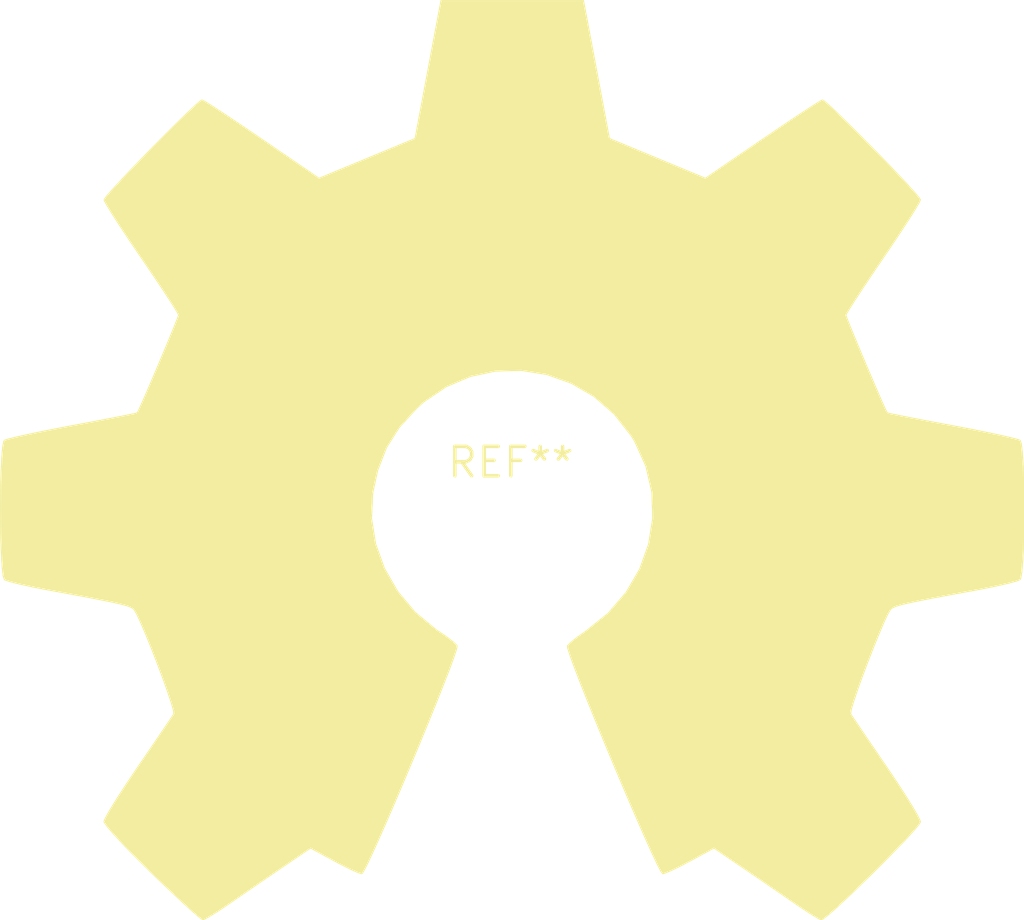
<source format=kicad_pcb>
(kicad_pcb (version 20240108) (generator pcbnew)
  (layers (0 "F.Cu" signal) (31 "B.Cu" signal) (34 "B.Paste" user) (35 "F.Paste" user) (36 "B.SilkS" user "B.Silkscreen") (37 "F.SilkS" user "F.Silkscreen") (38 "B.Mask" user) (39 "F.Mask" user) (44 "Edge.Cuts" user))
  (net 0 "")
  (footprint "OSHW-Symbol_44.5x40mm_SilkScreen" (layer "F.Cu") (at 0 0)
    (property "Reference" "REF**")
    (property "Value" "OSHW-Symbol_44.5x40mm_SilkScreen")
    (fp_poly (pts (xy 3.714468 -16.997867) (xy 4.274634 -14.011909) (xy 6.341569 -13.155674) (xy 8.408503 -12.299439) (xy 10.888137 -13.993837) (xy 11.582564 -14.465614) (xy 12.210288 -14.886849) (xy 12.742017 -15.23831) (xy 13.148459 -15.500766) (xy 13.40032 -15.654983) (xy 13.468911 -15.688235) (xy 13.592475 -15.602713) (xy 13.856517 -15.366282) (xy 14.231441 -15.009143) (xy 14.687651 -14.5615) (xy 15.195551 -14.053555) (xy 15.725545 -13.515509) (xy 16.248037 -12.977565) (xy 16.733431 -12.469926) (xy 17.152132 -12.022794) (xy 17.474542 -11.666371) (xy 17.671067 -11.430859) (xy 17.718049 -11.352042) (xy 17.650434 -11.206735) (xy 17.460877 -10.888398) (xy 17.169307 -10.428168) (xy 16.795654 -9.857183) (xy 16.35985 -9.206582) (xy 16.107317 -8.835495) (xy 15.647025 -8.157891) (xy 15.238009 -7.546422) (xy 14.900111 -7.031526) (xy 14.653175 -6.643638) (xy 14.517042 -6.413195) (xy 14.496585 -6.364767) (xy 14.542959 -6.227133) (xy 14.669365 -5.906361) (xy 14.85673 -5.447553) (xy 15.085982 -4.895807) (xy 15.338048 -4.296226) (xy 15.593855 -3.693908) (xy 15.83433 -3.133955) (xy 16.040401 -2.661467) (xy 16.192996 -2.321543) (xy 16.27304 -2.159285) (xy 16.277765 -2.152899) (xy 16.403452 -2.121918) (xy 16.73818 -2.0528) (xy 17.247255 -1.952339) (xy 17.895981 -1.827331) (xy 18.649662 -1.684571) (xy 19.089394 -1.602245) (xy 19.894741 -1.448157) (xy 20.622158 -1.301533) (xy 21.234843 -1.170396) (xy 21.695996 -1.06277) (xy 21.968815 -0.986677) (xy 22.023659 -0.962535) (xy 22.077373 -0.799129) (xy 22.120712 -0.430078) (xy 22.153706 0.10146) (xy 22.176385 0.752332) (xy 22.188777 1.47938) (xy 22.190912 2.23945) (xy 22.182819 2.989384) (xy 22.164528 3.686028) (xy 22.136069 4.286226) (xy 22.097469 4.746822) (xy 22.048759 5.024659) (xy 22.019545 5.082499) (xy 21.844913 5.151826) (xy 21.474876 5.25094) (xy 20.958379 5.368196) (xy 20.34437 5.491953) (xy 20.130033 5.531989) (xy 19.096627 5.722205) (xy 18.280311 5.875394) (xy 17.654111 5.997643) (xy 17.191056 6.095042) (xy 16.864172 6.173678) (xy 16.646486 6.239641) (xy 16.511026 6.299019) (xy 16.430819 6.357901) (xy 16.419597 6.369538) (xy 16.307577 6.556998) (xy 16.136689 6.921822) (xy 15.923999 7.419335) (xy 15.686567 8.004864) (xy 15.441459 8.633738) (xy 15.205737 9.261283) (xy 14.996465 9.842825) (xy 14.830705 10.333693) (xy 14.725522 10.689212) (xy 14.697978 10.86471) (xy 14.700274 10.870858) (xy 14.793602 11.014305) (xy 15.005328 11.329925) (xy 15.313202 11.784865) (xy 15.694974 12.346275) (xy 16.128396 12.981301) (xy 16.251829 13.161762) (xy 16.691942 13.816013) (xy 17.079222 14.412954) (xy 17.392573 14.918307) (xy 17.610897 15.297793) (xy 17.713099 15.517135) (xy 17.718049 15.544082) (xy 17.632181 15.685718) (xy 17.394911 15.966303) (xy 17.036741 16.355683) (xy 16.588172 16.823701) (xy 16.079706 17.340202) (xy 15.541845 17.87503) (xy 15.00509 18.398029) (xy 14.499943 18.879045) (xy 14.056905 19.28792) (xy 13.706479 19.594501) (xy 13.479165 19.768629) (xy 13.416282 19.797059) (xy 13.26991 19.730097) (xy 12.970228 19.549496) (xy 12.566052 19.285679) (xy 12.25508 19.073335) (xy 11.691614 18.6837) (xy 11.024334 18.224921) (xy 10.355016 17.766876) (xy 9.995169 17.521731) (xy 8.777168 16.69385) (xy 7.754741 17.249376) (xy 7.288951 17.492741) (xy 6.892864 17.681902) (xy 6.624864 17.789791) (xy 6.556645 17.804804) (xy 6.474614 17.693963) (xy 6.312781 17.380746) (xy 6.083225 16.894043) (xy 5.798028 16.262746) (xy 5.469272 15.515747) (xy 5.109035 14.681937) (xy 4.7294 13.790208) (xy 4.342447 12.869452) (xy 3.960258 11.94856) (xy 3.594912 11.056423) (xy 3.258491 10.221934) (xy 2.963076 9.473984) (xy 2.720747 8.841464) (xy 2.543585 8.353267) (xy 2.443671 8.038283) (xy 2.427603 7.930104) (xy 2.554959 7.792119) (xy 2.833804 7.568126) (xy 3.205842 7.304668) (xy 3.237068 7.283823) (xy 4.198644 6.510342) (xy 4.97399 5.607953) (xy 5.556387 4.60551) (xy 5.939116 3.531869) (xy 6.115457 2.415882) (xy 6.078691 1.286405) (xy 5.822099 0.172292) (xy 5.338961 -0.897604) (xy 5.196818 -1.131683) (xy 4.457491 -2.07691) (xy 3.584066 -2.835942) (xy 2.606773 -3.40483) (xy 1.555842 -3.779628) (xy 0.461503 -3.956389) (xy -0.646014 -3.931164) (xy -1.736479 -3.700008) (xy -2.779661 -3.258972) (xy -3.745332 -2.604108) (xy -4.044043 -2.338314) (xy -4.804273 -1.506306) (xy -5.358246 -0.63044) (xy -5.738254 0.351329) (xy -5.949897 1.323584) (xy -6.002144 2.416707) (xy -5.827927 3.515257) (xy -5.444942 4.5821) (xy -4.870887 5.580107) (xy -4.123457 6.472145) (xy -3.220348 7.221083) (xy -3.101657 7.300027) (xy -2.725631 7.558559) (xy -2.439782 7.78256) (xy -2.303121 7.925582) (xy -2.301134 7.930104) (xy -2.330473 8.084819) (xy -2.446777 8.435954) (xy -2.63796 8.954626) (xy -2.891935 9.611947) (xy -3.196618 10.379035) (xy -3.539923 11.227002) (xy -3.909764 12.126966) (xy -4.294056 13.050039) (xy -4.680713 13.967338) (xy -5.057649 14.849977) (xy -5.412779 15.669071) (xy -5.734017 16.395736) (xy -6.009278 17.001086) (xy -6.226476 17.456235) (xy -6.373525 17.7323) (xy -6.432743 17.804804) (xy -6.613692 17.748345) (xy -6.952269 17.596922) (xy -7.390089 17.377599) (xy -7.630839 17.249376) (xy -8.653265 16.69385) (xy -9.871267 17.521731) (xy -10.493029 17.945847) (xy -11.173751 18.412577) (xy -11.811655 18.852041) (xy -12.131177 19.073335) (xy -12.580573 19.376588) (xy -12.961107 19.616902) (xy -13.223141 19.763847) (xy -13.308251 19.794911) (xy -13.432128 19.711113) (xy -13.706286 19.47718) (xy -14.104147 19.117399) (xy -14.599131 18.65606) (xy -15.164659 18.117451) (xy -15.52233 17.771627) (xy -16.148084 17.153783) (xy -16.688874 16.601169) (xy -17.122839 16.137424) (xy -17.428119 15.786186) (xy -17.582851 15.571097) (xy -17.597696 15.527448) (xy -17.528808 15.361417) (xy -17.338445 15.025711) (xy -17.047723 14.554316) (xy -16.677758 13.981222) (xy -16.249666 13.340414) (xy -16.127927 13.161762) (xy -15.684341 12.512444) (xy -15.286376 11.927843) (xy -14.956281 11.440809) (xy -14.716305 11.084194) (xy -14.588698 10.890851) (xy -14.576371 10.870858) (xy -14.594807 10.716773) (xy -14.692668 10.377995) (xy -14.852889 9.899194) (xy -15.058409 9.325045) (xy -15.292163 8.700221) (xy -15.537088 8.069394) (xy -15.776122 7.477238) (xy -15.9922 6.968425) (xy -16.16826 6.587628) (xy -16.287237 6.37952) (xy -16.295695 6.369538) (xy -16.368451 6.310062) (xy -16.491333 6.251247) (xy -16.691316 6.187004) (xy -16.995371 6.111245) (xy -17.43047 6.017881) (xy -18.023587 5.900823) (xy -18.801695 5.753983) (xy -19.791766 5.571273) (xy -20.00613 5.531989) (xy -20.641461 5.408636) (xy -21.195333 5.287964) (xy -21.618797 5.181617) (xy -21.862909 5.101238) (xy -21.895642 5.082499) (xy -21.94958 4.916366) (xy -21.993424 4.545106) (xy -22.027143 4.011877) (xy -22.050708 3.359834) (xy -22.06409 2.632133) (xy -22.067259 1.871929) (xy -22.060187 1.122379) (xy -22.042844 0.426637) (xy -22.0152 -0.172139) (xy -21.977226 -0.630794) (xy -21.928893 -0.906173) (xy -21.899756 -0.962535) (xy -21.737542 -1.019388) (xy -21.368163 -1.111881) (xy -20.82842 -1.23199) (xy -20.155114 -1.371691) (xy -19.385046 -1.522962) (xy -18.965492 -1.602245) (xy -18.169451 -1.751783) (xy -17.459575 -1.887249) (xy -16.87056 -2.001848) (xy -16.437099 -2.088785) (xy -16.19389 -2.141265) (xy -16.153863 -2.152899) (xy -16.086209 -2.284072) (xy -15.943199 -2.600024) (xy -15.743895 -3.055617) (xy -15.507359 -3.605715) (xy -15.252655 -4.205177) (xy -14.998844 -4.808866) (xy -14.76499 -5.371645) (xy -14.570154 -5.848373) (xy -14.433401 -6.193915) (xy -14.373792 -6.363131) (xy -14.372683 -6.370527) (xy -14.440258 -6.504015) (xy -14.629708 -6.811202) (xy -14.921121 -7.261558) (xy -15.294584 -7.824551) (xy -15.730187 -8.469652) (xy -15.983415 -8.840196) (xy -16.444841 -9.519615) (xy -16.854673 -10.136456) (xy -17.192915 -10.659514) (xy -17.439569 -11.057587) (xy -17.574639 -11.299468) (xy -17.594146 -11.353692) (xy -17.510289 -11.479902) (xy -17.27846 -11.74938) (xy -16.928273 -12.131938) (xy -16.489342 -12.597384) (xy -15.991282 -13.115528) (xy -15.463705 -13.656181) (xy -14.936227 -14.189153) (xy -14.438461 -14.684253) (xy -14.00002 -15.111291) (xy -13.65052 -15.440077) (xy -13.419574 -15.640422) (xy -13.342313 -15.688235) (xy -13.216514 -15.621003) (xy -12.91563 -15.432124) (xy -12.468915 -15.140824) (xy -11.905623 -14.766332) (xy -11.255008 -14.327874) (xy -10.764234 -13.993837) (xy -8.284601 -12.299439) (xy -6.217666 -13.155674) (xy -4.150732 -14.011909) (xy -3.590566 -16.997867) (xy -3.0304 -19.983824) (xy 3.154303 -19.983824) (xy 3.714468 -16.997867)) (layer "F.SilkS") (stroke (width 0.01)) (fill solid))
  )
)
</source>
